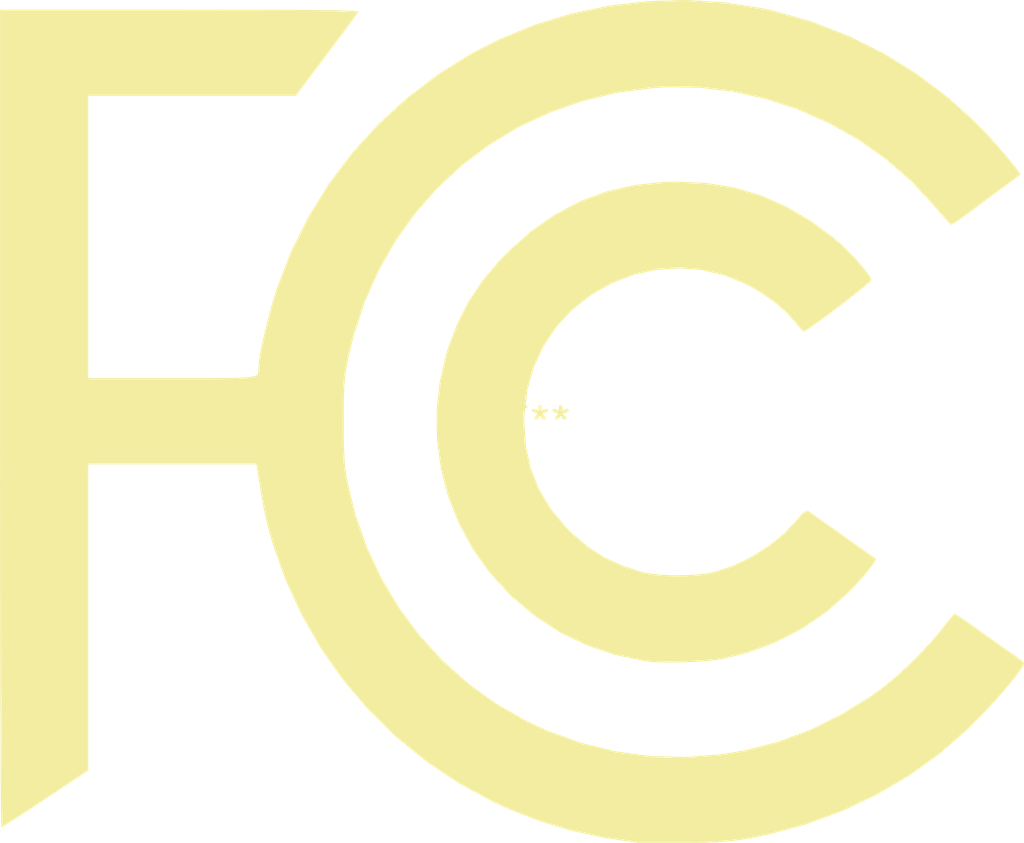
<source format=kicad_pcb>
(kicad_pcb (version 20240108) (generator pcbnew)
  (layers (0 "F.Cu" signal) (31 "B.Cu" signal) (34 "B.Paste" user) (35 "F.Paste" user) (36 "B.SilkS" user "B.Silkscreen") (37 "F.SilkS" user "F.Silkscreen") (38 "B.Mask" user) (39 "F.Mask" user) (44 "Edge.Cuts" user))
  (net 0 "")
  (footprint "FCC-Logo_48.3x40mm_SilkScreen" (layer "F.Cu") (at 0 0)
    (property "Reference" "REF**")
    (property "Value" "FCC-Logo_48.3x40mm_SilkScreen")
    (fp_poly (pts (xy 9.118019 -11.185134) (xy 10.421338 -10.968618) (xy 11.661285 -10.600251) (xy 12.854933 -10.073888) (xy 14.019356 -9.383388) (xy 15.045651 -8.625248) (xy 15.359165 -8.353884) (xy 15.694533 -8.032948) (xy 16.026925 -7.690038) (xy 16.331513 -7.352749) (xy 16.583467 -7.04868) (xy 16.757959 -6.805429) (xy 16.830158 -6.650592) (xy 16.830796 -6.641075) (xy 16.763678 -6.561487) (xy 16.57873 -6.397642) (xy 16.300556 -6.16829) (xy 15.953762 -5.89218) (xy 15.562953 -5.588058) (xy 15.152735 -5.274676) (xy 14.747713 -4.97078) (xy 14.372493 -4.695119) (xy 14.051681 -4.466442) (xy 13.809881 -4.303498) (xy 13.671699 -4.225035) (xy 13.654398 -4.220763) (xy 13.563172 -4.287131) (xy 13.413408 -4.454347) (xy 13.315225 -4.581287) (xy 12.863168 -5.094419) (xy 12.275444 -5.603786) (xy 11.590213 -6.079483) (xy 10.932471 -6.448697) (xy 9.926165 -6.857397) (xy 8.872046 -7.104897) (xy 7.792615 -7.191095) (xy 6.710375 -7.115895) (xy 5.647828 -6.879195) (xy 4.627477 -6.480898) (xy 4.618488 -6.476547) (xy 3.624129 -5.90247) (xy 2.755691 -5.210533) (xy 2.019891 -4.411411) (xy 1.423444 -3.515781) (xy 0.973065 -2.53432) (xy 0.67547 -1.477705) (xy 0.537376 -0.356612) (xy 0.527951 0.026594) (xy 0.604333 1.164755) (xy 0.836848 2.223785) (xy 1.228249 3.210078) (xy 1.781293 4.130026) (xy 2.498735 4.990024) (xy 2.792354 5.28104) (xy 3.535861 5.911119) (xy 4.30608 6.407173) (xy 5.150127 6.795175) (xy 6.074994 7.090479) (xy 6.540966 7.176683) (xy 7.122567 7.227822) (xy 7.76318 7.243895) (xy 8.406188 7.224904) (xy 8.994973 7.170846) (xy 9.438642 7.090504) (xy 10.31375 6.802769) (xy 11.183767 6.386544) (xy 12.005386 5.868793) (xy 12.735303 5.276478) (xy 13.281206 4.698017) (xy 13.526988 4.416814) (xy 13.716712 4.243679) (xy 13.830371 4.196552) (xy 13.837031 4.199615) (xy 13.927158 4.261866) (xy 14.134734 4.407775) (xy 14.434 4.619066) (xy 14.799199 4.877468) (xy 15.204571 5.164705) (xy 15.62436 5.462504) (xy 16.032807 5.752592) (xy 16.404154 6.016694) (xy 16.712643 6.236537) (xy 16.932515 6.393847) (xy 17.038012 6.470351) (xy 17.040865 6.47253) (xy 17.015752 6.556315) (xy 16.892452 6.740562) (xy 16.693358 6.997837) (xy 16.440865 7.3007) (xy 16.157365 7.621716) (xy 15.865253 7.933448) (xy 15.766503 8.033899) (xy 14.719645 8.960471) (xy 13.570315 9.747052) (xy 12.329704 10.387738) (xy 11.009001 10.876626) (xy 9.821959 11.170329) (xy 9.3956 11.232602) (xy 8.856005 11.281445) (xy 8.252556 11.315344) (xy 7.634633 11.332789) (xy 7.051615 11.332265) (xy 6.552884 11.312259) (xy 6.240138 11.280056) (xy 4.811938 10.979895) (xy 3.476215 10.530951) (xy 2.22831 9.93094) (xy 1.063562 9.177579) (xy -0.022687 8.268587) (xy -0.144608 8.152207) (xy -1.087422 7.121676) (xy -1.885725 6.001173) (xy -2.535975 4.804945) (xy -3.034628 3.547234) (xy -3.378142 2.242286) (xy -3.562974 0.904345) (xy -3.585581 -0.452344) (xy -3.44242 -1.813537) (xy -3.129949 -3.164989) (xy -3.035046 -3.46902) (xy -2.603216 -4.60326) (xy -2.077983 -5.632097) (xy -1.436083 -6.592793) (xy -0.654253 -7.52261) (xy -0.231177 -7.960213) (xy 0.840687 -8.916615) (xy 1.96778 -9.706611) (xy 3.154889 -10.332184) (xy 4.406802 -10.795313) (xy 5.728306 -11.09798) (xy 7.124189 -11.242165) (xy 7.734256 -11.255941) (xy 9.118019 -11.185134)) (layer "F.SilkS") (stroke (width 0.01)) (fill solid))
    (fp_poly (pts (xy 9.941813 -19.673736) (xy 11.719942 -19.396315) (xy 12.260553 -19.276906) (xy 14.046706 -18.7652) (xy 15.773598 -18.092473) (xy 17.428397 -17.265866) (xy 18.998271 -16.292519) (xy 20.470385 -15.179573) (xy 21.793606 -13.972578) (xy 22.075562 -13.681013) (xy 22.392008 -13.338196) (xy 22.721508 -12.969249) (xy 23.042628 -12.599293) (xy 23.33393 -12.253449) (xy 23.57398 -11.956839) (xy 23.741341 -11.734583) (xy 23.814578 -11.611803) (xy 23.816116 -11.60233) (xy 23.749171 -11.531072) (xy 23.579791 -11.397478) (xy 23.442587 -11.298967) (xy 23.246086 -11.158353) (xy 22.942252 -10.936119) (xy 22.564027 -10.656574) (xy 22.144351 -10.344029) (xy 21.864591 -10.134434) (xy 21.465242 -9.837331) (xy 21.113666 -9.58114) (xy 20.834143 -9.383122) (xy 20.650951 -9.260539) (xy 20.590196 -9.228385) (xy 20.511741 -9.292354) (xy 20.345391 -9.467347) (xy 20.114148 -9.728011) (xy 19.841014 -10.048991) (xy 19.78814 -10.112463) (xy 18.713116 -11.271764) (xy 17.519001 -12.31181) (xy 16.221681 -13.225954) (xy 14.837038 -14.00755) (xy 13.380955 -14.64995) (xy 11.869317 -15.146507) (xy 10.318006 -15.490575) (xy 8.742905 -15.675505) (xy 7.159898 -15.694652) (xy 6.542534 -15.65564) (xy 4.870735 -15.429172) (xy 3.263152 -15.043292) (xy 1.727928 -14.505182) (xy 0.273203 -13.822023) (xy -1.092883 -13.000998) (xy -2.362187 -12.049287) (xy -3.526569 -10.974074) (xy -4.577888 -9.782539) (xy -5.508002 -8.481865) (xy -6.308771 -7.079234) (xy -6.972054 -5.581827) (xy -7.489708 -3.996826) (xy -7.711332 -3.081255) (xy -7.790627 -2.694168) (xy -7.850018 -2.355965) (xy -7.892406 -2.029721) (xy -7.920695 -1.678514) (xy -7.937787 -1.265422) (xy -7.946585 -0.753522) (xy -7.949992 -0.105893) (xy -7.950125 -0.043945) (xy -7.947971 0.684123) (xy -7.936971 1.27103) (xy -7.915161 1.751257) (xy -7.880577 2.159288) (xy -7.831257 2.529605) (xy -7.789975 2.768512) (xy -7.402331 4.382927) (xy -6.858236 5.932111) (xy -6.165825 7.4059) (xy -5.333231 8.794128) (xy -4.368588 10.086632) (xy -3.280028 11.273246) (xy -2.075686 12.343805) (xy -0.763695 13.288144) (xy 0.647812 14.0961) (xy 1.640319 14.554045) (xy 3.212713 15.119993) (xy 4.816397 15.51358) (xy 6.445329 15.734213) (xy 8.093471 15.7813) (xy 9.754781 15.654249) (xy 10.912715 15.463315) (xy 12.437663 15.069602) (xy 13.939546 14.510355) (xy 15.395884 13.795819) (xy 16.784195 12.936238) (xy 17.343387 12.533073) (xy 17.887012 12.091035) (xy 18.477378 11.55621) (xy 19.069293 10.973537) (xy 19.617566 10.387953) (xy 20.077003 9.844399) (xy 20.174927 9.71737) (xy 20.398857 9.429685) (xy 20.588076 9.204693) (xy 20.715674 9.073499) (xy 20.749965 9.052595) (xy 20.844432 9.101811) (xy 21.052318 9.236902) (xy 21.345858 9.439033) (xy 21.697282 9.68937) (xy 21.818934 9.777681) (xy 22.24472 10.085665) (xy 22.680913 10.396877) (xy 23.077894 10.676166) (xy 23.386039 10.888377) (xy 23.400709 10.898269) (xy 23.674798 11.091853) (xy 23.88139 11.255013) (xy 23.985169 11.359296) (xy 23.990988 11.373836) (xy 23.934698 11.518905) (xy 23.771309 11.768056) (xy 23.51804 12.101102) (xy 23.19211 12.497856) (xy 22.810739 12.938131) (xy 22.391145 13.40174) (xy 21.95055 13.868496) (xy 21.506171 14.318212) (xy 21.346529 14.474036) (xy 20.034938 15.620501) (xy 18.602458 16.648537) (xy 17.064853 17.550279) (xy 15.437885 18.317861) (xy 13.73732 18.943417) (xy 11.978919 19.419082) (xy 11.074048 19.599819) (xy 10.596647 19.675635) (xy 10.117942 19.732219) (xy 9.596526 19.772617) (xy 8.990994 19.799874) (xy 8.259941 19.817038) (xy 8.085813 19.819656) (xy 7.506994 19.825805) (xy 6.970189 19.827988) (xy 6.506573 19.826354) (xy 6.147323 19.821054) (xy 5.923615 19.812239) (xy 5.888581 19.809051) (xy 4.241239 19.561907) (xy 2.711859 19.224894) (xy 1.261273 18.786937) (xy -0.149687 18.236959) (xy -0.922838 17.882794) (xy -2.537064 17.009098) (xy -4.054088 15.993685) (xy -5.46598 14.846259) (xy -6.764813 13.576524) (xy -7.942658 12.194184) (xy -8.991587 10.708941) (xy -9.903672 9.130501) (xy -10.670984 7.468566) (xy -11.285595 5.732841) (xy -11.512418 4.921799) (xy -11.577273 4.65937) (xy -11.638197 4.386843) (xy -11.70088 4.073847) (xy -11.771011 3.690012) (xy -11.85428 3.204969) (xy -11.956378 2.588346) (xy -12.002292 2.307093) (xy -12.048796 2.021453) (xy -19.950865 2.021453) (xy -19.950865 16.408585) (xy -21.952249 17.740279) (xy -22.479799 18.089805) (xy -22.959897 18.405029) (xy -23.37307 18.673396) (xy -23.699843 18.882348) (xy -23.920743 19.01933) (xy -24.016296 19.071786) (xy -24.017647 19.071972) (xy -24.023727 18.985409) (xy -24.029651 18.731029) (xy -24.035391 18.31679) (xy -24.040922 17.750654) (xy -24.046216 17.04058) (xy -24.051247 16.194529) (xy -24.055989 15.220462) (xy -24.060415 14.126338) (xy -24.064499 12.920117) (xy -24.068213 11.609761) (xy -24.071532 10.203229) (xy -24.074429 8.708482) (xy -24.076877 7.13348) (xy -24.07885 5.486183) (xy -24.080321 3.774551) (xy -24.081264 2.006545) (xy -24.081652 0.190126) (xy -24.081661 -0.131834) (xy -24.081661 -19.335641) (xy -15.639104 -19.335641) (xy -14.184881 -19.335232) (xy -12.897691 -19.333931) (xy -11.768788 -19.331623) (xy -10.789427 -19.328193) (xy -9.950865 -19.323525) (xy -9.244357 -19.317506) (xy -8.661157 -19.310021) (xy -8.192521 -19.300955) (xy -7.829705 -19.290193) (xy -7.563964 -19.277621) (xy -7.386552 -19.263124) (xy -7.288726 -19.246587) (xy -7.261741 -19.227896) (xy -7.262677 -19.225779) (xy -7.331232 -19.128692) (xy -7.49105 -18.910575) (xy -7.727705 -18.590857) (xy -8.026773 -18.188967) (xy -8.37383 -17.724332) (xy -8.754451 -17.216382) (xy -8.763499 -17.204326) (xy -10.198192 -15.292734) (xy -19.950865 -15.292734) (xy -19.950865 -2.021454) (xy -16.005251 -2.021454) (xy -15.055117 -2.021141) (xy -14.265888 -2.021429) (xy -13.622693 -2.024159) (xy -13.110664 -2.031171) (xy -12.71493 -2.044304) (xy -12.420622 -2.0654) (xy -12.21287 -2.096299) (xy -12.076805 -2.13884) (xy -11.997557 -2.194864) (xy -11.960256 -2.266211) (xy -11.950033 -2.354722) (xy -11.952018 -2.462236) (xy -11.952942 -2.522963) (xy -11.927983 -2.807531) (xy -11.858574 -3.224946) (xy -11.752915 -3.740346) (xy -11.619208 -4.31887) (xy -11.465652 -4.925657) (xy -11.300449 -5.525846) (xy -11.131799 -6.084575) (xy -11.071643 -6.269388) (xy -10.411006 -7.97801) (xy -9.596207 -9.610885) (xy -8.636057 -11.158136) (xy -7.539363 -12.609889) (xy -6.314935 -13.956268) (xy -4.971581 -15.187397) (xy -3.518108 -16.293401) (xy -1.963328 -17.264404) (xy -0.672687 -17.927923) (xy 0.998939 -18.615393) (xy 2.733814 -19.146793) (xy 4.513737 -19.520226) (xy 6.320511 -19.733792) (xy 8.135936 -19.785595) (xy 9.941813 -19.673736)) (layer "F.SilkS") (stroke (width 0.01)) (fill solid))
  )
)
</source>
